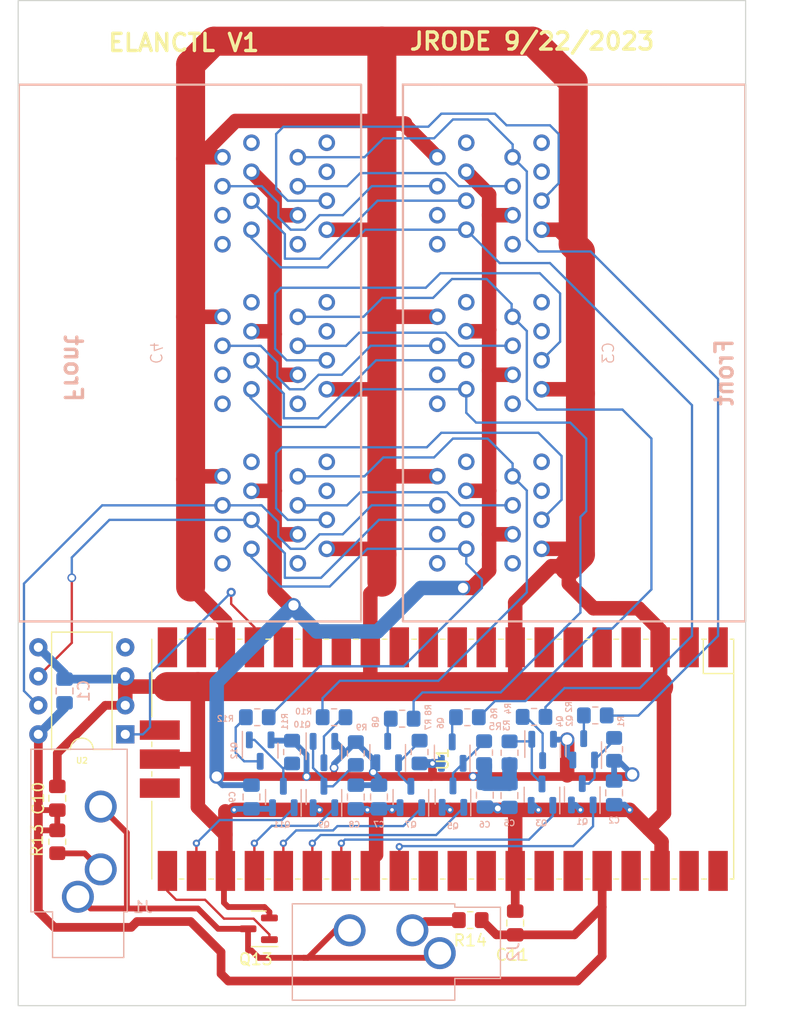
<source format=kicad_pcb>
(kicad_pcb (version 20240108) (generator "pcbnew") (generator_version "8.0")
  (layers (0 "F.Cu" signal) (31 "B.Cu" signal) (34 "B.Paste" user) (35 "F.Paste" user) (36 "B.SilkS" user "B.Silkscreen") (37 "F.SilkS" user "F.Silkscreen") (38 "B.Mask" user) (39 "F.Mask" user) (44 "Edge.Cuts" user))
  (net 0 "")
  (net 1 "+12V")
  (net 2 "GND")
  (net 3 "+3.3V")
  (net 4 "/Level Shifter1/out")
  (net 5 "/rj45S/485+")
  (net 6 "/rj45S/485-")
  (net 7 "/Level Shifter2/in")
  (net 8 "Net-(Q1-D)")
  (net 9 "/Level Shifter1/in")
  (net 10 "/Level Shifter3/in")
  (net 11 "Net-(Q5-D)")
  (net 12 "/Level Shifter4/in")
  (net 13 "Net-(Q7-D)")
  (net 14 "/Level Shifter5/in")
  (net 15 "Net-(Q10-G)")
  (net 16 "/Level Shifter6/in")
  (net 17 "Net-(Q11-D)")
  (net 18 "/Level Shifter2/out")
  (net 19 "/Level Shifter3/out")
  (net 20 "/Level Shifter4/out")
  (net 21 "/Level Shifter5/out")
  (net 22 "/Level Shifter6/out")
  (net 48 "Net-(C3B-B4)")
  (net 49 "Net-(C3B-B5)")
  (net 50 "Net-(C3C-C4)")
  (net 51 "Net-(C3C-C5)")
  (net 52 "Net-(C3D-D4)")
  (net 53 "Net-(C3D-D5)")
  (net 54 "Net-(C3E-E4)")
  (net 55 "Net-(C3E-E5)")
  (net 56 "Net-(C3F-F4)")
  (net 57 "Net-(C3F-F5)")
  (net 58 "Net-(Q3-D)")
  (net 95 "Net-(Q13-D)")
  (net 96 "Net-(J1-PadT)")
  (net 98 "Net-(U1-GPIO13)")
  (net 99 "Net-(J2-PadT)")
  (net 100 "Net-(Q13-G)")
  (net 101 "Net-(Q2-D)")
  (net 102 "Net-(Q4-D)")
  (net 103 "Net-(Q6-D)")
  (net 104 "Net-(Q8-D)")
  (net 105 "Net-(Q10-D)")
  (net 106 "Net-(Q12-D)")
  (footprint "MountingHole:MountingHole_3.2mm_M3" (layer "F.Cu") (at 43.942 68.961)
    (property "Reference" "H4" (hide yes))
    (property "Value" "MountingHole")
  )
  (footprint "MCU_RaspberryPi_and_Boards:RPi_Pico_SMD" (layer "F.Cu") (at 77.597 131.953 -90)
    (property "Reference" "U1")
    (property "Value" "Pico")
  )
  (footprint "MountingHole:MountingHole_3.2mm_M3" (layer "F.Cu") (at 100.711 150.114)
    (property "Reference" "H2" (hide yes))
    (property "Value" "MountingHole")
  )
  (footprint "Resistor_SMD:R_0805_2012Metric_Pad1.20x1.40mm_HandSolder" (layer "F.Cu") (at 43.815 139.192 -90)
    (property "Reference" "R13")
    (property "Value" "100")
  )
  (footprint "Capacitor_SMD:C_0805_2012Metric_Pad1.18x1.45mm_HandSolder" (layer "F.Cu") (at 43.815 135.382 90)
    (property "Reference" "C10")
    (property "Value" "C")
  )
  (footprint "Package_DIP:DIP-8_W7.62mm" (layer "F.Cu") (at 49.774 129.784 180)
    (property "Reference" "U2")
    (property "Value" "MAX481E")
  )
  (footprint "Capacitor_SMD:C_0805_2012Metric_Pad1.18x1.45mm_HandSolder" (layer "F.Cu") (at 83.947 146.304 90)
    (property "Reference" "C11")
    (property "Value" "C")
  )
  (footprint "MountingHole:MountingHole_3.2mm_M3" (layer "F.Cu") (at 100.711 68.961)
    (property "Reference" "H3" (hide yes))
    (property "Value" "MountingHole")
  )
  (footprint "MountingHole:MountingHole_3.2mm_M3" (layer "F.Cu") (at 53.975 150.114)
    (property "Reference" "H1" (hide yes))
    (property "Value" "MountingHole")
  )
  (footprint "Package_TO_SOT_SMD:SOT-23" (layer "F.Cu") (at 61.468 146.812 180)
    (property "Reference" "Q13")
    (property "Value" "BSS138")
  )
  (footprint "Resistor_SMD:R_0805_2012Metric_Pad1.20x1.40mm_HandSolder" (layer "F.Cu") (at 80.01 146.05 180)
    (property "Reference" "R14")
    (property "Value" "100")
  )
  (footprint "Package_TO_SOT_SMD:SOT-23" (layer "B.Cu") (at 89.94825 131.096 90)
    (property "Reference" "Q2")
    (property "Value" "BSS84")
  )
  (footprint "Capacitor_SMD:C_0805_2012Metric_Pad1.18x1.45mm_HandSolder" (layer "B.Cu") (at 72.009 135.271 -90)
    (property "Reference" "C7")
    (property "Value" "C")
  )
  (footprint "Package_TO_SOT_SMD:SOT-23" (layer "B.Cu") (at 78.425 131.3825 90)
    (property "Reference" "Q6")
    (property "Value" "BSS84")
  )
  (footprint "Package_TO_SOT_SMD:SOT-23" (layer "B.Cu") (at 86.35 131.15 -90)
    (property "Reference" "Q4")
    (property "Value" "BSS84")
  )
  (footprint "AudioJack:Jack_3.5mm_CUI_SJ1-3533NG_Horizontal_CircularHoles" (layer "B.Cu") (at 77.333 148.944 90)
    (property "Reference" "J2")
    (property "Value" "AudioJack2")
  )
  (footprint "Package_TO_SOT_SMD:SOT-23" (layer "B.Cu") (at 67.183 135.271 90)
    (property "Reference" "Q9")
    (property "Value" "BSS138")
  )
  (footprint "Resistor_SMD:R_0805_2012Metric_Pad1.20x1.40mm_HandSolder" (layer "B.Cu") (at 85.598 128.256)
    (property "Reference" "R4")
    (property "Value" "100")
  )
  (footprint "Library:5569256-1" (layer "B.Cu") (at 51.941 116.082 90)
    (property "Reference" "C4")
    (property "Value" "~")
  )
  (footprint "Resistor_SMD:R_0805_2012Metric_Pad1.20x1.40mm_HandSolder" (layer "B.Cu") (at 64.389 131.334 90)
    (property "Reference" "R11")
    (property "Value" "1k")
  )
  (footprint "Capacitor_SMD:C_0805_2012Metric_Pad1.18x1.45mm_HandSolder" (layer "B.Cu") (at 44.45 125.984 90)
    (property "Reference" "C1")
    (property "Value" "C")
  )
  (footprint "Resistor_SMD:R_0805_2012Metric_Pad1.20x1.40mm_HandSolder" (layer "B.Cu") (at 69.977 131.461 90)
    (property "Reference" "R9")
    (property "Value" "1k")
  )
  (footprint "Resistor_SMD:R_0805_2012Metric_Pad1.20x1.40mm_HandSolder" (layer "B.Cu") (at 90.96425 128.1265)
    (property "Reference" "R2")
    (property "Value" "100")
  )
  (footprint "Package_TO_SOT_SMD:SOT-23" (layer "B.Cu") (at 72.771 131.334 90)
    (property "Reference" "Q8")
    (property "Value" "BSS84")
  )
  (footprint "Capacitor_SMD:C_0805_2012Metric_Pad1.18x1.45mm_HandSolder" (layer "B.Cu") (at 81.285 135.114 -90)
    (property "Reference" "C6")
    (property "Value" "C")
  )
  (footprint "Resistor_SMD:R_0805_2012Metric_Pad1.20x1.40mm_HandSolder" (layer "B.Cu") (at 81.219 131.3825 -90)
    (property "Reference" "R5")
    (property "Value" "1k")
  )
  (footprint "Resistor_SMD:R_0805_2012Metric_Pad1.20x1.40mm_HandSolder" (layer "B.Cu") (at 83.45 131.4 -90)
    (property "Reference" "R3")
    (property "Value" "1k")
  )
  (footprint "Package_TO_SOT_SMD:SOT-23" (layer "B.Cu") (at 67.183 131.334 -90)
    (property "Reference" "Q10")
    (property "Value" "BSS84")
  )
  (footprint "Package_TO_SOT_SMD:SOT-23" (layer "B.Cu") (at 74.803 135.271 90)
    (property "Reference" "Q7")
    (property "Value" "BSS138")
  )
  (footprint "Capacitor_SMD:C_0805_2012Metric_Pad1.18x1.45mm_HandSolder" (layer "B.Cu") (at 83.439 135.144 -90)
    (property "Reference" "C5")
    (property "Value" "C")
  )
  (footprint "Resistor_SMD:R_0805_2012Metric_Pad1.20x1.40mm_HandSolder" (layer "B.Cu") (at 79.756 128.286)
    (property "Reference" "R6")
    (property "Value" "100")
  )
  (footprint "Package_TO_SOT_SMD:SOT-23" (layer "B.Cu") (at 78.491 135.241 90)
    (property "Reference" "Q5")
    (property "Value" "BSS138")
  )
  (footprint "Capacitor_SMD:C_0805_2012Metric_Pad1.18x1.45mm_HandSolder" (layer "B.Cu") (at 60.833 135.271 -90)
    (property "Reference" "C9")
    (property "Value" "C")
  )
  (footprint "Package_TO_SOT_SMD:SOT-23" (layer "B.Cu") (at 61.595 131.207 -90)
    (property "Reference" "Q12")
    (property "Value" "BSS84")
  )
  (footprint "Package_TO_SOT_SMD:SOT-23" (layer "B.Cu") (at 89.82125 135.033 90)
    (property "Reference" "Q1")
    (property "Value" "BSS138")
  )
  (footprint "Capacitor_SMD:C_0805_2012Metric_Pad1.18x1.45mm_HandSolder" (layer "B.Cu") (at 69.977 135.271 -90)
    (property "Reference" "C8")
    (property "Value" "C")
  )
  (footprint "Resistor_SMD:R_0805_2012Metric_Pad1.20x1.40mm_HandSolder" (layer "B.Cu") (at 75.565 131.334 -90)
    (property "Reference" "R7")
    (property "Value" "1k")
  )
  (footprint "Capacitor_SMD:C_0805_2012Metric_Pad1.18x1.45mm_HandSolder" (layer "B.Cu") (at 92.61525 134.906 -90)
    (property "Reference" "C2")
    (property "Value" "C")
  )
  (footprint "AudioJack:Jack_3.5mm_CUI_SJ1-3533NG_Horizontal_CircularHoles" (layer "B.Cu") (at 45.62 144.008)
    (property "Reference" "J1")
    (property "Value" "AudioJack2")
  )
  (footprint "Library:5569256-1" (layer "B.Cu") (at 92.6084 76.708 -90)
    (property "Reference" "C3")
    (property "Value" "~")
  )
  (footprint "Package_TO_SOT_SMD:SOT-23" (layer "B.Cu") (at 86.294 135.0655 90)
    (property "Reference" "Q3")
    (property "Value" "BSS138")
  )
  (footprint "Resistor_SMD:R_0805_2012Metric_Pad1.20x1.40mm_HandSolder" (layer "B.Cu") (at 74.041 128.413)
    (property "Reference" "R8")
    (property "Value" "100")
  )
  (footprint "Resistor_SMD:R_0805_2012Metric_Pad1.20x1.40mm_HandSolder" (layer "B.Cu") (at 92.61525 131.096 -90)
    (property "Reference" "R1")
    (property "Value" "1k")
  )
  (footprint "Resistor_SMD:R_0805_2012Metric_Pad1.20x1.40mm_HandSolder" (layer "B.Cu") (at 68.072 128.286 180)
    (property "Reference" "R10")
    (property "Value" "100")
  )
  (footprint "Resistor_SMD:R_0805_2012Metric_Pad1.20x1.40mm_HandSolder" (layer "B.Cu") (at 61.341 128.286)
    (property "Reference" "R12")
    (property "Value" "100")
  )
  (footprint "Package_TO_SOT_SMD:SOT-23" (layer "B.Cu") (at 63.627 135.271 90)
    (property "Reference" "Q11")
    (property "Value" "BSS138")
  )
  (gr_rect (start 40.386 65.532) (end 104.14 153.543) (stroke (width 0.1)) (fill none) (layer "Edge.Cuts"))
  (gr_text "JRODE 9/22/2023" (at 74.549 69.977 0) (layer "F.SilkS") (effects (font (size 1.5 1.5) (thickness 0.3) (bold yes)) (justify left bottom)))
  (gr_text "ELANCTL V1" (at 48.133 70.104 0) (layer "F.SilkS") (effects (font (size 1.5 1.5) (thickness 0.3) (bold yes)) (justify left bottom)))
  (segment (start 81.661 108.458) (end 81.661 112.268) (width 1.27) (layer "F.Cu") (net 1))
  (segment (start 83.7184 112.268) (end 81.661 112.268) (width 1.27) (layer "F.Cu") (net 1))
  (segment (start 88.4 133.477) (end 76.6 133.477) (width 0.762) (layer "F.Cu") (net 1))
  (segment (start 62.996 112.272) (end 62.865 112.141) (width 1.27) (layer "F.Cu") (net 1))
  (segment (start 65.659 133.477) (end 57.785 133.477) (width 0.762) (layer "F.Cu") (net 1))
  (segment (start 62.865 108.458) (end 62.861 108.462) (width 1.27) (layer "F.Cu") (net 1))
  (segment (start 62.865 94.742) (end 62.865 98.552) (width 1.27) (layer "F.Cu") (net 1))
  (segment (start 60.831 94.492) (end 62.615 94.492) (width 1.27) (layer "F.Cu") (net 1))
  (segment (start 88.4 133.477) (end 94.023 133.477) (width 0.762) (layer "F.Cu") (net 1))
  (segment (start 71.501 133.477) (end 68.072 133.477) (width 0.762) (layer "F.Cu") (net 1))
  (segment (start 80.137 116.967) (end 79.375 116.967) (width 1.27) (layer "F.Cu") (net 1))
  (segment (start 83.7184 98.298) (end 82.042 98.298) (width 1.27) (layer "F.Cu") (net 1))
  (segment (start 62.865 117.221) (end 62.865 112.141) (width 1.27) (layer "F.Cu") (net 1))
  (segment (start 68.072 133.477) (end 65.659 133.477) (width 0.762) (layer "F.Cu") (net 1))
  (segment (start 68.072 132.715) (end 68.072 133.477) (width 0.508) (layer "F.Cu") (net 1))
  (segment (start 64.135 118.491) (end 62.865 117.221) (width 1.27) (layer "F.Cu") (net 1))
  (segment (start 81.661 84.328) (end 81.661 94.361) (width 1.27) (layer "F.Cu") (net 1))
  (segment (start 62.865 84.328) (end 62.865 84.836) (width 1.27) (layer "F.Cu") (net 1))
  (segment (start 94.023 133.477) (end 94.2 133.3) (width 0.762) (layer "F.Cu") (net 1))
  (segment (start 64.891 84.332) (end 62.869 84.332) (width 1.27) (layer "F.Cu") (net 1))
  (segment (start 79.6584 94.488) (end 81.534 94.488) (width 1.27) (layer "F.Cu") (net 1))
  (segment (start 62.865 108.458) (end 62.865 112.141) (width 1.27) (layer "F.Cu") (net 1))
  (segment (start 62.865 98.552) (end 62.865 108.458) (width 1.27) (layer "F.Cu") (net 1))
  (segment (start 81.661 94.361) (end 81.661 97.917) (width 1.27) (layer "F.Cu") (net 1))
  (segment (start 64.891 112.272) (end 62.996 112.272) (width 1.27) (layer "F.Cu") (net 1))
  (segment (start 71.501 133.096) (end 71.501 133.477) (width 0.508) (layer "F.Cu") (net 1))
  (segment (start 81.661 97.917) (end 81.661 108.458) (width 1.27) (layer "F.Cu") (net 1))
  (segment (start 62.861 108.462) (end 60.831 108.462) (width 1.27) (layer "F.Cu") (net 1))
  (segment (start 62.869 84.332) (end 62.865 84.328) (width 1.27) (layer "F.Cu") (net 1))
  (segment (start 81.661 82.5206) (end 81.661 84.328) (width 1.27) (layer "F.Cu") (net 1))
  (segment (start 64.516 118.491) (end 64.135 118.491) (width 1.27) (layer "F.Cu") (net 1))
  (segment (start 60.831 80.522) (end 62.865 82.556) (width 1.27) (layer "F.Cu") (net 1))
  (segment (start 82.042 98.298) (end 81.661 97.917) (width 1.27) (layer "F.Cu") (net 1))
  (segment (start 63.115 98.302) (end 62.865 98.552) (width 1.27) (layer "F.Cu") (net 1))
  (segment (start 62.615 94.492) (end 62.865 94.742) (width 1.27) (layer "F.Cu") (net 1))
  (segment (start 88.5 130.25) (end 88.5 133.377) (width 1.27) (layer "F.Cu") (net 1))
  (segment (start 62.865 82.556) (end 62.865 84.328) (width 1.27) (layer "F.Cu") (net 1))
  (segment (start 76.6 133.477) (end 71.501 133.477) (width 0.762) (layer "F.Cu") (net 1))
  (segment (start 81.661 115.443) (end 80.518 116.586) (width 1.27) (layer "F.Cu") (net 1))
  (segment (start 79.6584 80.518) (end 81.661 82.5206) (width 1.27) (layer "F.Cu") (net 1))
  (segment (start 76.7 133.377) (end 76.6 133.477) (width 0.762) (layer "F.Cu") (net 1))
  (segment (start 62.865 84.836) (end 62.865 94.742) (width 1.27) (layer "F.Cu") (net 1))
  (segment (start 64.891 98.302) (end 63.115 98.302) (width 1.27) (layer "F.Cu") (net 1))
  (segment (start 81.534 94.488) (end 81.661 94.361) (width 1.27) (layer "F.Cu") (net 1))
  (segment (start 88.5 133.377) (end 88.4 133.477) (width 0.2032) (layer "F.Cu") (net 1))
  (segment (start 81.661 108.458) (end 79.6584 108.458) (width 1.27) (layer "F.Cu") (net 1))
  (segment (start 81.661 112.268) (end 81.661 115.443) (width 1.27) (layer "F.Cu") (net 1))
  (segment (start 76.7 132.334) (end 76.7 133.377) (width 0.762) (layer "F.Cu") (net 1))
  (segment (start 83.7184 84.328) (end 81.661 84.328) (width 1.27) (layer "F.Cu") (net 1))
  (segment (start 80.518 116.586) (end 80.137 116.967) (width 1.27) (layer "F.Cu") (net 1))
  (via (at 76.7 132.334) (size 0.8) (drill 0.4) (layers "F.Cu" "B.Cu") (net 1))
  (via (at 80.25 133.477) (size 0.762) (drill 0.508) (layers "F.Cu" "B.Cu") (net 1))
  (via (at 57.785 133.477) (size 1.27) (drill 0.889) (layers "F.Cu" "B.Cu") (net 1))
  (via (at 71.501 133.096) (size 0.762) (drill 0.508) (layers "F.Cu" "B.Cu") (net 1))
  (via (at 88.5 130.25) (size 1.27) (drill 0.889) (layers "F.Cu" "B.Cu") (net 1))
  (via (at 64.516 118.491) (size 1.27) (drill 0.889) (layers "F.Cu" "B.Cu") (net 1))
  (via (at 65.659 133.477) (size 0.762) (drill 0.508) (layers "F.Cu" "B.Cu") (net 1))
  (via (at 79.375 116.967) (size 1.27) (drill 0.889) (layers "F.Cu" "B.Cu") (net 1))
  (via (at 94.2 133.3) (size 1.27) (drill 0.889) (layers "F.Cu" "B.Cu") (net 1))
  (via (at 68.072 132.715) (size 0.762) (drill 0.508) (layers "F.Cu" "B.Cu") (net 1))
  (segment (start 77.475 132.32) (end 76.714 132.32) (width 0.762) (layer "B.Cu") (net 1))
  (segment (start 66.548 120.777) (end 71.882 120.777) (width 1.27) (layer "B.Cu") (net 1))
  (segment (start 62.6095 130.334) (end 62.545 130.2695) (width 0.508) (layer "B.Cu") (net 1))
  (segment (start 68.072 132.366) (end 68.072 132.715) (width 0.508) (layer "B.Cu") (net 1))
  (segment (start 64.421 130.334) (end 65.659 131.572) (width 0.508) (layer "B.Cu") (net 1))
  (segment (start 92.61525 132.096) (end 92.61525 133.8685) (width 0.508) (layer "B.Cu") (net 1))
  (segment (start 72.009 134.2335) (end 72.009 133.604) (width 0.508) (layer "B.Cu") (net 1))
  (segment (start 69.977 130.461) (end 71.501 131.985) (width 0.508) (layer "B.Cu") (net 1))
  (segment (start 57.785 125.222) (end 57.785 133.477) (width 1.27) (layer "B.Cu") (net 1))
  (segment (start 80.6855 133.477) (end 81.285 134.0765) (width 0.508) (layer "B.Cu") (net 1))
  (segment (start 64.516 118.491) (end 57.785 125.222) (width 1.27) (layer "B.Cu") (net 1))
  (segment (start 83.439 134.1065) (end 81.315 134.1065) (width 1.27) (layer "B.Cu") (net 1))
  (segment (start 64.516 118.491) (end 64.516 118.745) (width 1.27) (layer "B.Cu") (net 1))
  (segment (start 93.107 132.207) (end 92.72625 132.207) (width 0.508) (layer "B.Cu") (net 1))
  (segment (start 80.25 133.477) (end 80.6855 133.477) (width 0.508) (layer "B.Cu") (net 1))
  (segment (start 71.882 120.777) (end 75.692 116.967) (width 1.27) (layer "B.Cu") (net 1))
  (segment (start 94.2 133.3) (end 93.107 132.207) (width 0.508) (layer "B.Cu") (net 1))
  (segment (start 72.009 133.604) (end 71.501 133.096) (width 0.508) (layer "B.Cu") (net 1))
  (segment (start 88.5 130.25) (end 88.5 131.53525) (width 0.508) (layer "B.Cu") (net 1))
  (segment (start 69.977 134.2335) (end 72.009 134.2335) (width 0.508) (layer "B.Cu") (net 1))
  (segment (start 83.45 134.0955) (end 83.439 134.1065) (width 1.27) (layer "B.Cu") (net 1))
  (segment (start 64.516 118.745) (end 66.548 120.777) (width 1.27) (layer "B.Cu") (net 1))
  (segment (start 76.714 132.32) (end 76.7 132.334) (width 0.762) (layer "B.Cu") (net 1))
  (segment (start 87.3375 130.25) (end 87.3 130.2125) (width 0.508) (layer "B.Cu") (net 1))
  (segment (start 75.692 116.967) (end 79.375 116.967) (width 1.27) (layer "B.Cu") (net 1))
  (segment (start 58.293 134.239) (end 58.2985 134.2335) (width 0.508) (layer "B.Cu") (net 1))
  (segment (start 75.565 132.334) (end 76.7 132.334) (width 0.762) (layer "B.Cu") (net 1))
  (segment (start 71.501 131.985) (end 71.501 133.096) (width 0.508) (layer "B.Cu") (net 1))
  (segment (start 57.785 133.477) (end 57.785 133.731) (width 0.508) (layer "B.Cu") (net 1))
  (segment (start 88.5 131.53525) (end 88.99825 132.0335) (width 0.508) (layer "B.Cu") (net 1))
  (segment (start 68.794 131.0575) (end 68.794 131.644) (width 0.508) (layer "B.Cu") (net 1))
  (segment (start 69.977 130.461) (end 68.794 131.644) (width 0.508) (layer "B.Cu") (net 1))
  (segment (start 81.285 134.0765) (end 81.285 132.4485) (width 1.27) (layer "B.Cu") (net 1))
  (segment (start 68.133 130.3965) (end 68.794 131.0575) (width 0.508) (layer "B.Cu") (net 1))
  (segment (start 65.659 131.572) (end 65.659 133.477) (width 0.508) (layer "B.Cu") (net 1))
  (segment (start 83.45 132.4) (end 83.45 134.0955) (width 1.27) (layer "B.Cu") (net 1))
  (segment (start 58.2985 134.2335) (end 60.833 134.2335) (width 0.508) (layer "B.Cu") (net 1))
  (segment (start 75.565 132.334) (end 75.254342 132.334) (width 0.3048) (layer "B.Cu") (net 1))
  (segment (start 88.5 130.25) (end 87.3375 130.25) (width 0.508) (layer "B.Cu") (net 1))
  (segment (start 57.785 133.731) (end 58.293 134.239) (width 0.508) (layer "B.Cu") (net 1))
  (segment (start 64.389 130.334) (end 62.6095 130.334) (width 0.508) (layer "B.Cu") (net 1))
  (segment (start 68.794 131.644) (end 68.072 132.366) (width 0.508) (layer "B.Cu") (net 1))
  (segment (start 88.4625 130.2125) (end 88.5 130.25) (width 0.2032) (layer "B.Cu") (net 1))
  (segment (start 89.281 99.568) (end 89.662 99.949) (width 1.27) (layer "F.Cu") (net 2))
  (segment (start 61.976 144.907) (end 58.801 144.907) (width 0.508) (layer "F.Cu") (net 2))
  (segment (start 83.947 123.063) (end 83.947 125.603) (width 1.27) (layer "F.Cu") (net 2))
  (segment (start 71.247 117.475) (end 72.263 116.459) (width 1.27) (layer "F.Cu") (net 2))
  (segment (start 83.947 125.603) (end 71.374 125.603) (width 2.54) (layer "F.Cu") (net 2))
  (segment (start 93.98 136.398) (end 95.631 138.049) (width 1.27) (layer "F.Cu") (net 2))
  (segment (start 83.947 136.398) (end 85.979 136.398) (width 1.27) (layer "F.Cu") (net 2))
  (segment (start 72.009 116.713) (end 72.263 116.459) (width 0.508) (layer "F.Cu") (net 2))
  (segment (start 58.547 123.063) (end 58.547 125.349) (width 1.27) (layer "F.Cu") (net 2))
  (segment (start 71.247 123.063) (end 71.247 125.476) (width 1.27) (layer "F.Cu") (net 2))
  (segment (start 49.774 127.244) (end 49.774 124.704) (width 1.27) (layer "F.Cu") (net 2))
  (segment (start 87.122 115.062) (end 88.646 115.062) (width 1.27) (layer "F.Cu") (net 2))
  (segment (start 72.263 85.725) (end 72.263 76.327) (width 2.54) (layer "F.Cu") (net 2))
  (segment (start 58.674 136.398) (end 59.309 136.398) (width 0.508) (layer "F.Cu") (net 2))
  (segment (start 58.801 144.907) (end 58.42 144.526) (width 0.508) (layer "F.Cu") (net 2))
  (segment (start 58.291 79.252) (end 55.159 79.252) (width 1.27) (layer "F.Cu") (net 2))
  (segment (start 59.436 76.073) (end 72.517 76.073) (width 1.27) (layer "F.Cu") (net 2))
  (segment (start 88.646 116.586) (end 88.646 115.062) (width 1.27) (layer "F.Cu") (net 2))
  (segment (start 77.1184 93.218) (end 72.263 93.218) (width 1.27) (layer "F.Cu") (net 2))
  (segment (start 96.647 123.063) (end 96.647 120.65) (width 0.762) (layer "F.Cu") (net 2))
  (segment (start 55.499 79.375) (end 56.134 79.375) (width 1.27) (layer "F.Cu") (net 2))
  (segment (start 53.467 125.603) (end 49.901 125.603) (width 1.27) (layer "F.Cu") (net 2))
  (segment (start 86.2584 113.538) (end 89.154 113.538) (width 1.27) (layer "F.Cu") (net 2))
  (segment (start 96.982 136.698) (end 96.982 126.065) (width 1.27) (layer "F.Cu") (net 2))
  (segment (start 58.547 140.843) (end 58.547 138.557) (width 1.27) (layer "F.Cu") (net 2))
  (segment (start 49.774 125.73) (end 49.774 125.984) (width 0.762) (layer "F.Cu") (net 2))
  (segment (start 86.2584 99.568) (end 89.281 99.568) (width 1.27) (layer "F.Cu") (net 2))
  (segment (start 89.027 86.868) (end 89.662 87.503) (width 2.54) (layer "F.Cu") (net 2))
  (segment (start 77.1184 107.188) (end 72.39 107.188) (width 1.27) (layer "F.Cu") (net 2))
  (segment (start 72.263 69.088) (end 85.471 69.088) (width 2.54) (layer "F.Cu") (net 2))
  (segment (start 74.295 76.4246) (end 74.295 76.298) (width 1.27) (layer "F.Cu") (net 2))
  (segment (start 71.755 136.398) (end 73.152 136.398) (width 1.27) (layer "F.Cu") (net 2))
  (segment (start 67.431 113.542) (end 71.759 113.542) (width 1.27) (layer "F.Cu") (net 2))
  (segment (start 77.1184 79.248) (end 74.295 76.4246) (width 1.27) (layer "F.Cu") (net 2))
  (segment (start 96.52 125.603) (end 83.947 125.603) (width 2.54) (layer "F.Cu") (net 2))
  (segment (start 72.263 76.327) (end 72.517 76.073) (width 1.27) (layer "F.Cu") (net 2))
  (segment (start 78.232 136.398) (end 82.296 136.398) (width 1.27) (layer "F.Cu") (net 2))
  (segment (start 71.374 125.603) (end 58.801 125.603) (width 2.54) (layer "F.Cu") (net 2))
  (segment (start 58.547 136.525) (end 58.674 136.398) (width 0.508) (layer "F.Cu") (net 2))
  (segment (start 72.39 107.188) (end 72.263 107.315) (width 1.27) (layer "F.Cu") (net 2))
  (segment (start 67.431 99.572) (end 72.259 99.572) (width 1.27) (layer "F.Cu") (net 2))
  (segment (start 58.547 119.933) (end 55.499 116.885) (width 1.27) (layer "F.Cu") (net 2))
  (segment (start 49.901 125.603) (end 49.774 125.73) (width 1.27) (layer "F.Cu") (net 2))
  (segment (start 58.42 144.526) (end 58.42 140.97) (width 0.508) (layer "F.Cu") (net 2))
  (segment (start 82.296 136.398) (end 83.947 136.398) (width 1.27) (layer "F.Cu") (net 2))
  (segment (start 71.759 113.542) (end 72.263 114.046) (width 1.27) (layer "F.Cu") (net 2))
  (segment (start 56.134 79.375) (end 59.436 76.073) (width 1.27) (layer "F.Cu") (net 2))
  (segment (start 55.499 79.375) (end 55.499 71.12) (width 2.54) (layer "F.Cu") (net 2))
  (segment (start 95.631 138.049) (end 96.982 136.698) (width 1.27) (layer "F.Cu") (net 2))
  (segment (start 58.801 125.603) (end 56.134 125.603) (width 2.54) (layer "F.Cu") (net 2))
  (segment (start 83.947 145.2665) (end 83.947 140.843) (width 0.762) (layer "F.Cu") (net 2))
  (segment (start 55.499 116.885) (end 55.499 107.442) (width 2.54) (layer "F.Cu") (net 2))
  (segment (start 72.263 76.327) (end 72.263 69.088) (width 2.54) (layer "F.Cu") (net 2))
  (segment (start 72.742 76.298) (end 74.295 76.298) (width 1.27) (layer "F.Cu") (net 2))
  (segment (start 43.815 131.445) (end 43.815 134.3445) (width 0.762) (layer "F.Cu") (net 2))
  (segment (start 58.547 138.557) (end 56.134 136.144) (width 1.27) (layer "F.Cu") (net 2))
  (segment (start 72.263 99.568) (end 72.263 93.218) (width 2.54) (layer "F.Cu") (net 2))
  (segment (start 71.247 123.063) (end 71.247 117.475) (width 1.27) (layer "F.Cu") (net 2))
  (segment (start 71.755 140.335) (end 71.755 136.398) (width 1.27) (layer "F.Cu") (net 2))
  (segment (start 59.309 136.398) (end 66.802 136.398) (width 1.27) (layer "F.Cu") (net 2))
  (segment (start 49.774 127.244) (end 48.016 127.244) (width 0.762) (layer "F.Cu") (net 2))
  (segment (start 89.662 136.398) (end 93.98 136.398) (width 1.27) (layer "F.Cu") (net 2))
  (segment (start 55.499 71.12) (end 57.531 69.088) (width 2.54) (layer "F.Cu") (net 2))
  (segment (start 72.517 76.073) (end 72.742 76.298) (width 1.27) (layer "F.Cu") (net 2))
  (segment (start 55.499 107.442) (end 55.499 93.218) (width 2.54) (layer "F.Cu") (net 2))
  (segment (start 58.547 138.557) (end 58.547 136.525) (width 1.27) (layer "F.Cu") (net 2))
  (segment (start 96.647 120.65) (end 94.742 118.745) (width 1.27) (layer "F.Cu") (net 2))
  (segment (start 62.4055 145.3365) (end 61.976 144.907) (width 0.508) (layer "F.Cu") (net 2))
  (segment (start 58.291 93.222) (end 55.04 93.222) (width 1.27) (layer "F.Cu") (net 2))
  (segment (start 49.774 125.984) (end 49.774 127.244) (width 0.762) (layer "F.Cu") (net 2))
  (segment (start 85.471 69.088) (end 89.027 72.644) (width 2.54) (layer "F.Cu") (net 2))
  (segment (start 57.531 69.088) (end 72.263 69.088) (width 2.54) (layer "F.Cu") (net 2))
  (segment (start 73.152 136.398) (end 78.232 136.398) (width 1.27) (layer "F.Cu") (net 2))
  (segment (start 56.134 136.144) (end 56.134 132.08) (width 1.27) (layer "F.Cu") (net 2))
  (segment (start 96.52 125.603) (end 96.647 125.476) (width 1.27) (layer "F.Cu") (net 2))
  (segment (start 53.697 131.953) (end 56.007 131.953) (width 1.27) (layer "F.Cu") (net 2))
  (segment (start 49.774 124.704) (end 49.774 125.73) (width 0.762) (layer "F.Cu") (net 2))
  (segment (start 72.136 116.586) (end 72.009 116.713) (width 0.508) (layer "F.Cu") (net 2))
  (segment (start 71.247 125.476) (end 71.374 125.603) (width 1.27) (layer "F.Cu") (net 2))
  (segment (start 83.947 118.237) (end 87.122 115.062) (width 1.27) (layer "F.Cu") (net 2))
  (segment (start 48.016 127.244) (end 43.815 131.445) (width 0.762) (layer "F.Cu") (net 2))
  (segment (start 67.431 85.602) (end 72.14 85.602) (width 1.27) (layer "F.Cu") (net 2))
  (segment (start 89.154 113.538) (end 89.662 114.046) (width 1.27) (layer "F.Cu") (net 2))
  (segment (start 96.774 139.192) (end 96.774 140.716) (width 1.27) (layer "F.Cu") (net 2))
  (segment (start 72.259 99.572) (end 72.263 99.568) (width 1.27) (layer "F.Cu") (net 2))
  (segment (start 89.027 72.644) (end 89.027 86.868) (width 2.54) (layer "F.Cu") (net 2))
  (segment (start 55.499 93.218) (end 55.499 79.375) (width 2.54) (layer "F.Cu") (net 2))
  (segment (start 72.263 107.315) (end 72.263 99.568) (width 2.54) (layer "F.Cu") (net 2))
  (segment (start 70.993 136.398) (end 71.755 136.398) (width 1.27) (layer "F.Cu") (net 2))
  (segment (start 56.134 132.08) (end 56.134 125.603) (width 1.27) (layer "F.Cu") (net 2))
  (segment (start 86.2584 85.598) (end 87.757 85.598) (width 1.27) (layer "F.Cu") (net 2))
  (segment (start 72.14 85.602) (end 72.263 85.725) (width 1.27) (layer "F.Cu") (net 2))
  (segment (start 90.805 118.745) (end 88.646 116.586) (width 1.27) (layer "F.Cu") (net 2))
  (segment (start 96.982 126.065) (end 96.52 125.603) (width 1.27) (layer "F.Cu") (net 2))
  (segment (start 83.947 140.843) (end 83.947 136.398) (width 1.27) (layer "F.Cu") (net 2))
  (segment (start 72.263 114.046) (end 72.263 107.315) (width 2.54) (layer "F.Cu") (net 2))
  (segment (start 89.662 87.503) (end 89.662 99.949) (width 2.54) (layer "F.Cu") (net 2))
  (segment (start 94.742 118.745) (end 90.805 118.745) (width 1.27) (layer "F.Cu") (net 2))
  (segment (start 58.547 123.063) (end 58.547 119.933) (width 1.27) (layer "F.Cu") (net 2))
  (segment (start 96.647 125.476) (end 96.647 123.063) (width 1.27) (layer "F.Cu") (net 2))
  (segment (start 58.291 107.192) (end 55.286 107.192) (width 1.27) (layer "F.Cu") (net 2))
  (segment (start 89.662 114.046) (end 88.646 115.062) (width 2.54) (layer "F.Cu") (net 2))
  (segment (start 66.802 136.398) (end 70.993 136.398) (width 1.27) (layer "F.Cu") (net 2))
  (segment (start 58.547 125.349) (end 58.801 125.603) (width 1.27) (layer "F.Cu") (net 2))
  (segment (start 85.979 136.398) (end 89.662 136.398) (width 1.27) (layer "F.Cu") (net 2))
  (segment (start 62.4055 145.862) (end 62.4055 145.3365) (width 0.508) (layer "F.Cu") (net 2))
  (segment (start 87.757 85.598) (end 89.662 87.503) (width 1.27) (layer "F.Cu") (net 2))
  (segment (start 56.007 131.953) (end 56.134 132.08) (width 1.27) (layer "F.Cu") (net 2))
  (segment (start 95.631 138.049) (end 96.774 139.192) (width 1.27) (layer "F.Cu") (net 2))
  (segment (start 56.134 125.603) (end 53.467 125.603) (width 2.54) (layer "F.Cu") (net 2))
  (segment (start 72.263 93.218) (end 72.263 85.725) (width 2.54) (layer "F.Cu") (net 2))
  (segment (start 72.263 116.459) (end 72.263 114.046) (width 2.54) (layer "F.Cu") (net 2))
  (segment (start 83.947 123.063) (end 83.947 118.237) (width 1.27) (layer "F.Cu") (net 2))
  (segment (start 89.662 99.949) (end 89.662 114.046) (width 2.54) (layer "F.Cu") (net 2))
  (via (at 85.979 136.398) (size 0.635) (drill 0.3048) (layers "F.Cu" "B.Cu") (net 2))
  (via (at 78.232 136.398) (size 0.635) (drill 0.3048) (layers "F.Cu" "B.Cu") (net 2))
  (via (at 73.152 136.398) (size 0.635) (drill 0.3048) (layers "F.Cu" "B.Cu") (net 2))
  (via (at 66.802 136.398) (size 0.635) (drill 0.3048) (layers "F.Cu" "B.Cu") (net 2))
  (via (at 70.993 136.398) (size 0.635) (drill 0.3048) (layers "F.Cu" "B.Cu") (net 2))
  (via (at 82.423 136.271) (size 0.889) (drill 0.508) (layers "F.Cu" "B.Cu") (net 2))
  (via (at 89.662 136.398) (size 0.635) (drill 0.3048) (layers "F.Cu" "B.Cu") (net 2))
  (via (at 93.98 136.398) (size 0.635) (drill 0.3048) (layers "F.Cu" "B.Cu") (net 2))
  (via (at 59.309 136.398) (size 0.635) (drill 0.3048) (layers "F.Cu" "B.Cu") (net 2))
  (segment (start 44.45 124.46) (end 42.154 122.164) (width 0.762) (layer "B.Cu") (net 2))
  (segment (start 92.61525 135.9435) (end 93.5255 135.9435) (width 0.508) (layer "B.Cu") (net 2))
  (segment (start 88.87125 135.9705) (end 89.2345 135.9705) (width 0.508) (layer "B.Cu") (net 2))
  (segment (start 60.833 136.3085) (end 62.577 136.3085) (width 0.508) (layer "B.Cu") (net 2))
  (segment (start 66.6125 136.2085) (end 66.802 136.398) (width 0.508) (layer "B.Cu") (net 2))
  (segment (start 77.541 136.1785) (end 78.0125 136.1785) (width 0.508) (layer "B.Cu") (net 2))
  (segment (start 78.0125 136.1785) (end 78.232 136.398) (width 0.508) (layer "B.Cu") (net 2))
  (segment (start 70.9035 136.3085) (end 70.993 136.398) (width 0.508) (layer "B.Cu") (net 2))
  (segment (start 81.285 136.1515) (end 82.3035 136.1515) (width 0.762) (layer "B.Cu") (net 2))
  (segment (start 89.2345 135.9705) (end 89.662 136.398) (width 0.508) (layer "B.Cu") (net 2))
  (segment (start 73.853 136.2085) (end 73.3415 136.2085) (width 0.508) (layer "B.Cu") (net 2))
  (segment (start 62.577 136.3085) (end 62.677 136.2085) (width 0.508) (layer "B.Cu") (net 2))
  (segment (start 69.977 136.3085) (end 70.9035 136.3085) (width 0.508) (layer "B.Cu") (net 2))
  (segment (start 83.439 136.1815) (end 82.5125 136.1815) (width 0.2032) (layer "B.Cu") (net 2))
  (segment (start 82.3035 136.1515) (end 82.423 136.271) (width 0.762) (layer "B.Cu") (net 2))
  (segment (start 93.5255 135.9435) (end 93.98 136.398) (width 0.508) (layer "B.Cu") (net 2))
  (segment (start 70.993 136.398) (end 71.9195 136.398) (width 0.508) (layer "B.Cu") (net 2))
  (segment (start 59.3985 136.3085) (end 59.309 136.398) (width 0.508) (layer "B.Cu") (net 2))
  (segment (start 44.45 124.9465) (end 49.5315 124.9465) (width 0.762) (layer "B.Cu") (net 2))
  (segment (start 66.233 136.2085) (end 66.6125 136.2085) (width 0.508) (layer "B.Cu") (net 2))
  (segment (start 44.45 124.9465) (end 44.45 124.46) (width 0.762) (layer "B.Cu") (net 2))
  (segment (start 85.584 136.003) (end 85.979 136.398) (width 0.508) (layer "B.Cu") (net 2))
  (segment (start 85.344 136.003) (end 85.584 136.003) (width 0.508) (layer "B.Cu") (net 2))
  (segment (start 73.853 136.2085) (end 72.109 136.2085) (width 0.508) (layer "B.Cu") (net 2))
  (segment (start 82.5125 136.1815) (end 82.423 136.271) (width 0.2032) (layer "B.Cu") (net 2))
  (segment (start 73.3415 136.2085) (end 73.152 136.398) (width 0.508) (layer "B.Cu") (net 2))
  (segment (start 60.833 136.3085) (end 59.3985 136.3085) (width 0.508) (layer "B.Cu") (net 2))
  (segment (start 43.815 136.4195) (end 42.2595 136.4195) (width 0.508) (layer "F.Cu") (net 3))
  (segment (start 43.561 146.685) (end 50.292 146.685) (width 0.762) (layer "F.Cu") (net 3))
  (segment (start 83.947 147.3415) (end 82.3015 147.3415) (width 0.762) (layer "F.Cu") (net 3))
  (segment (start 55.499 146.177) (end 58.166 148.844) (width 0.762) (layer "F.Cu") (net 3))
  (segment (start 42.2595 136.4195) (end 42.154 136.525) (width 0.508) (layer "F.Cu") (net 3))
  (segment (start 42.164 145.288) (end 43.561 146.685) (width 0.762) (layer "F.Cu") (net 3))
  (segment (start 89.408 151.384) (end 91.567 149.225) (width 0.762) (layer "F.Cu") (net 3))
  (segment (start 42.154 136.525) (end 42.154 138.049) (width 0.762) (layer "F.Cu") (net 3))
  (segment (start 89.1325 147.3415) (end 91.567 144.907) (width 0.762) (layer "F.Cu") (net 3))
  (segment (start 42.297 138.192) (end 42.154 138.049) (width 0.508) (layer "F.Cu") (net 3))
  (segment (start 50.8 146.177) (end 55.499 146.177) (width 0.762) (layer "F.Cu") (net 3))
  (segment (start 42.154 129.784) (end 42.154 136.525) (width 0.762) (layer "F.Cu") (net 3))
  (segment (start 50.292 146.685) (end 50.8 146.177) (width 0.762) (layer "F.Cu") (net 3))
  (segment (start 42.154 145.288) (end 42.154 138.049) (width 0.762) (layer "F.Cu") (net 3))
  (segment (start 83.947 147.3415) (end 89.1325 147.3415) (width 0.762) (layer "F.Cu") (net 3))
  (segment (start 58.166 148.844) (end 58.166 150.749) (width 0.762) (layer "F.Cu") (net 3))
  (segment (start 58.801 151.384) (end 89.408 151.384) (width 0.762) (layer "F.Cu") (net 3))
  (segment (start 82.3015 147.3415) (end 81.01 146.05) (width 0.762) (layer "F.Cu") (net 3))
  (segment (start 91.567 149.225) (end 91.567 144.907) (width 0.762) (layer "F.Cu") (net 3))
  (segment (start 58.166 150.749) (end 58.801 151.384) (width 0.762) (layer "F.Cu") (net 3))
  (segment (start 43.815 136.4195) (end 43.815 138.192) (width 0.508) (layer "F.Cu") (net 3))
  (segment (start 42.154 145.288) (end 42.164 145.288) (width 0.762) (layer "F.Cu") (net 3))
  (segment (start 43.815 138.192) (end 42.297 138.192) (width 0.508) (layer "F.Cu") (net 3))
  (segment (start 91.567 140.843) (end 91.567 144.907) (width 0.762) (layer "F.Cu") (net 3))
  (segment (start 44.45 127.0215) (end 44.45 127.488) (width 0.762) (layer "B.Cu") (net 3))
  (segment (start 44.45 127.488) (end 42.154 129.784) (width 0.762) (layer "B.Cu") (net 3))
  (segment (start 76.84 77.593) (end 78.491 75.942) (width 0.2032) (layer "B.Cu") (net 4))
  (segment (start 84.963 86.487) (end 85.979 87.503) (width 0.2032) (layer "B.Cu") (net 4))
  (segment (start 83.7234 78.1264) (end 83.7234 79.244) (width 0.2032) (layer "B.Cu") (net 4))
  (segment (start 78.491 75.942) (end 81.539 75.942) (width 0.2032) (layer "B.Cu") (net 4))
  (segment (start 72.395 77.593) (end 76.84 77.593) (width 0.2032) (layer "B.Cu") (net 4))
  (segment (start 81.539 75.942) (end 83.7234 78.1264) (width 0.2032) (layer "B.Cu") (net 4))
  (segment (start 64.896 79.248) (end 70.74 79.248) (width 0.2032) (layer "B.Cu") (net 4))
  (segment (start 83.7184 79.248) (end 84.963 80.4926) (width 0.2032) (layer "B.Cu") (net 4))
  (segment (start 90.551 87.503) (end 101.727 98.679) (width 0.2032) (layer "B.Cu") (net 4))
  (segment (start 85.979 87.503) (end 90.551 87.503) (width 0.2032) (layer "B.Cu") (net 4))
  (segment (start 101.727 98.679) (end 101.727 121.158) (width 0.2032) (layer "B.Cu") (net 4))
  (segment (start 91.98075 128.143) (end 94.742 128.143) (width 0.2032) (layer "B.Cu") (net 4))
  (segment (start 84.963 80.4926) (end 84.963 86.487) (width 0.2032) (layer "B.Cu") (net 4))
  (segment (start 70.74 79.248) (end 72.395 77.593) (width 0.2032) (layer "B.Cu") (net 4))
  (segment (start 94.742 128.143) (end 101.727 121.158) (width 0.2032) (layer "B.Cu") (net 4))
  (segment (start 45.085 121.773) (end 45.085 116.078) (width 0.2032) (layer "F.Cu") (net 5))
  (segment (start 42.154 124.704) (end 45.085 121.773) (width 0.2032) (layer "F.Cu") (net 5))
  (via micro (at 45.085 116.078) (size 0.762) (drill 0.508) (layers "F.Cu" "B.Cu") (net 5))
  (segment (start 63.754 113.925) (end 60.831 111.002) (width 0.2032) (layer "B.Cu") (net 5))
  (segment (start 79.6584 110.998) (end 72.009 110.998) (width 0.2032) (layer "B.Cu") (net 5))
  (segment (start 60.831 111.002) (end 48.383 111.002) (width 0.2032) (layer "B.Cu") (net 5))
  (segment (start 45.085 114.3) (end 45.085 116.078) (width 0.2032) (layer "B.Cu") (net 5))
  (segment (start 63.754 116.078) (end 63.754 113.925) (width 0.2032) (layer "B.Cu") (net 5))
  (segment (start 66.929 116.078) (end 63.754 116.078) (width 0.2032) (layer "B.Cu") (net 5))
  (segment (start 72.009 110.998) (end 66.929 116.078) (width 0.2032) (layer "B.Cu") (net 5))
  (segment (start 45.085 114.3) (end 48.383 111.002) (width 0.2032) (layer "B.Cu") (net 5))
  (segment (start 58.291 109.732) (end 61.591 109.732) (width 0.2032) (layer "B.Cu") (net 6))
  (segment (start 65.532 113.538) (end 64.262 113.538) (width 0.2032) (layer "B.Cu") (net 6))
  (segment (start 77.1184 109.728) (end 71.374 109.728) (width 0.2032) (layer "B.Cu") (net 6))
  (segment (start 66.802 112.268) (end 65.532 113.538) (width 0.2032) (layer "B.Cu") (net 6))
  (segment (start 61.722 109.728) (end 63.1825 111.1885) (width 0.2032) (layer "B.Cu") (net 6))
  (segment (start 64.262 113.538) (end 63.1825 112.4585) (width 0.2032) (layer "B.Cu") (net 6))
  (segment (start 63.1825 111.1885) (end 63.1825 112.4585) (width 0.2032) (layer "B.Cu") (net 6))
  (segment (start 40.894 116.586) (end 47.748 109.732) (width 0.2032) (layer "B.Cu") (net 6))
  (segment (start 71.374 109.728) (end 68.834 112.268) (width 0.2032) (layer "B.Cu") (net 6))
  (segment (start 68.834 112.268) (end 66.802 112.268) (width 0.2032) (layer "B.Cu") (net 6))
  (segment (start 42.154 127.244) (end 40.894 125.984) (width 0.2032) (layer "B.Cu") (net 6))
  (segment (start 40.894 125.984) (end 40.894 116.586) (width 0.2032) (layer "B.Cu") (net 6))
  (segment (start 61.591 109.732) (end 61.595 109.728) (width 0.2032) (layer "B.Cu") (net 6))
  (segment (start 58.291 109.732) (end 47.748 109.732) (width 0.2032) (layer "B.Cu") (net 6))
  (segment (start 61.595 109.728) (end 61.722 109.728) (width 0.2032) (layer "B.Cu") (net 6))
  (segment (start 68.707 140.843) (end 68.707 139.621703) (width 0.2032) (layer "F.Cu") (net 7))
  (via (at 68.707 139.319) (size 0.635) (drill 0.3048) (layers "F.Cu" "B.Cu") (net 7))
  (segment (start 85.151897 139.003103) (end 69.022897 139.003103) (width 0.2032) (layer "B.Cu") (net 7))
  (segment (start 69.022897 139.003103) (end 68.707 139.319) (width 0.2032) (layer "B.Cu") (net 7))
  (segment (start 87.244 136.003) (end 87.244 136.911) (width 0.2032) (layer "B.Cu") (net 7))
  (segment (start 87.244 136.911) (end 85.151897 139.003103) (width 0.2032) (layer "B.Cu") (net 7))
  (segment (start 90.89825 133.60175) (end 90.89825 132.0335) (width 0.2032) (layer "B.Cu") (net 8))
  (segment (start 90.4045 134.0955) (end 90.89825 133.60175) (width 0.2032) (layer "B.Cu") (net 8))
  (segment (start 92.61525 130.3165) (end 92.61525 130.096) (width 0.2032) (layer "B.Cu") (net 8))
  (segment (start 89.82125 134.0955) (end 90.4045 134.0955) (width 0.2032) (layer "B.Cu") (net 8))
  (segment (start 90.89825 132.0335) (end 92.61525 130.3165) (width 0.2032) (layer "B.Cu") (net 8))
  (segment (start 73.787 140.843) (end 73.787 139.621703) (width 0.2032) (layer "F.Cu") (net 9))
  (via (at 73.787 139.621703) (size 0.635) (drill 0.3048) (layers "F.Cu" "B.Cu") (net 9))
  (segment (start 90.77125 137.82875) (end 89.027 139.573) (width 0.2032) (layer "B.Cu") (net 9))
  (segment (start 73.835703 139.573) (end 73.787 139.621703) (width 0.2032) (layer "B.Cu") (net 9))
  (segment (start 90.77125 135.9705) (end 90.77125 137.82875) (width 0.2032) (layer "B.Cu") (net 9))
  (segment (start 89.027 139.573) (end 73.835703 139.573) (width 0.2032) (layer "B.Cu") (net 9))
  (segment (start 66.167 140.843) (end 66.167 139.319) (width 0.2032) (layer "F.Cu") (net 10))
  (via (at 66.167 139.319) (size 0.635) (drill 0.3048) (layers "F.Cu" "B.Cu") (net 10))
  (segment (start 79.441 136.1785) (end 77.019098 138.600402) (width 0.2032) (layer "B.Cu") (net 10))
  (segment (start 66.885598 138.600402) (end 66.167 139.319) (width 0.2032) (layer "B.Cu") (net 10))
  (segment (start 77.019098 138.600402) (end 66.885598 138.600402) (width 0.2032) (layer "B.Cu") (net 10))
  (segment (start 81.219 130.3825) (end 81.219 130.476) (width 0.2032) (layer "B.Cu") (net 11))
  (segment (start 78.491 134.3035) (end 78.491 133.204) (width 0.2032) (layer "B.Cu") (net 11))
  (segment (start 78.491 133.204) (end 79.375 132.32) (width 0.2032) (layer "B.Cu") (net 11))
  (segment (start 81.219 130.476) (end 79.375 132.32) (width 0.2032) (layer "B.Cu") (net 11))
  (segment (start 63.627 140.843) (end 63.627 139.319) (width 0.2032) (layer "F.Cu") (net 12))
  (via (at 63.627 139.319) (size 0.635) (drill 0.3048) (layers "F.Cu" "B.Cu") (net 12))
  (segment (start 67.984804 138.197701) (end 64.748299 138.197701) (width 0.2032) (layer "B.Cu") (net 12))
  (segment (start 75.753 136.2085) (end 74.144799 137.816701) (width 0.2032) (layer "B.Cu") (net 12))
  (segment (start 74.144799 137.816701) (end 68.365805 137.816701) (width 0.2032) (layer "B.Cu") (net 12))
  (segment (start 68.365805 137.816701) (end 67.984804 138.197701) (width 0.2032) (layer "B.Cu") (net 12))
  (segment (start 64.748299 138.197701) (end 63.627 139.319) (width 0.2032) (layer "B.Cu") (net 12))
  (segment (start 73.75 133.2805) (end 73.75 132.3005) (width 0.2032) (layer "B.Cu") (net 13))
  (segment (start 74.803 134.3335) (end 73.75 133.2805) (width 0.2032) (layer "B.Cu") (net 13))
  (segment (start 73.721 132.2715) (end 75.565 130.4275) (width 0.2032) (layer "B.Cu") (net 13))
  (segment (start 75.565 130.4275) (end 75.565 130.334) (width 0.2032) (layer "B.Cu") (net 13))
  (segment (start 73.75 132.3005) (end 73.721 132.2715) (width 0.2032) (layer "B.Cu") (net 13))
  (segment (start 61.087 139.446) (end 61.087 140.843) (width 0.2032) (layer "F.Cu") (net 14))
  (via (at 61.087 139.319) (size 0.635) (drill 0.3048) (layers "F.Cu" "B.Cu") (net 14))
  (segment (start 62.611 137.795) (end 66.5465 137.795) (width 0.2032) (layer "B.Cu") (net 14))
  (segment (start 61.087 139.319) (end 62.611 137.795) (width 0.2032) (layer "B.Cu") (net 14))
  (segment (start 68.133 136.2085) (end 66.5465 137.795) (width 0.2032) (layer "B.Cu") (net 14))
  (segment (start 66.233 132.727154) (end 67.183 133.677154) (width 0.2032) (layer "B.Cu") (net 15))
  (segment (start 69.469 132.969) (end 69.342 132.969) (width 0.2032) (layer "B.Cu") (net 15))
  (segment (start 69.977 132.461) (end 69.469 132.969) (width 0.2032) (layer "B.Cu") (net 15))
  (segment (start 69.342 132.969) (end 67.9775 134.3335) (width 0.2032) (layer "B.Cu") (net 15))
  (segment (start 66.233 130.3965) (end 66.233 132.727154) (width 0.2032) (layer "B.Cu") (net 15))
  (segment (start 67.183 133.677154) (end 67.183 134.3335) (width 0.2032) (layer "B.Cu") (net 15))
  (segment (start 67.9775 134.3335) (end 67.183 134.3335) (width 0.2032) (layer "B.Cu") (net 15))
  (segment (start 56.007 140.843) (end 56.007 139.319) (width 0.2032) (layer "F.Cu") (net 16))
  (via (at 56.007 139.319) (size 0.635) (drill 0.3048) (layers "F.Cu" "B.Cu") (net 16))
  (segment (start 58.039 137.287) (end 56.007 139.319) (width 0.2032) (layer "B.Cu") (net 16))
  (segment (start 64.577 136.2085) (end 63.4985 137.287) (width 0.2032) (layer "B.Cu") (net 16))
  (segment (start 63.4985 137.287) (end 58.039 137.287) (width 0.2032) (layer "B.Cu") (net 16))
  (segment (start 63.627 132.800341) (end 61.096159 130.2695) (width 0.2032) (layer "B.Cu") (net 17))
  (segment (start 63.627 134.3335) (end 63.627 132.800341) (width 0.2032) (layer "B.Cu") (net 17))
  (segment (start 64.093341 132.334) (end 63.627 132.800341) (width 0.2032) (layer "B.Cu") (net 17))
  (segment (start 61.096159 130.2695) (end 60.645 130.2695) (width 0.2032) (layer "B.Cu") (net 17))
  (segment (start 86.598 127.397) (end 88.265 125.73) (width 0.2032) (layer "B.Cu") (net 18))
  (segment (start 88.265 125.73) (end 94.869 125.73) (width 0.2032) (layer "B.Cu") (net 18))
  (segment (start 99.441 100.965) (end 99.441 121.158) (width 0.2032) (layer "B.Cu") (net 18))
  (segment (start 79.6634 85.594) (end 70.807 85.594) (width 0.2032) (layer "B.Cu") (net 18))
  (segment (start 63.378 88.896) (end 60.836 86.354) (width 0.2032) (layer "B.Cu") (net 18))
  (segment (start 79.6584 85.598) (end 82.5794 88.519) (width 0.2032) (layer "B.Cu") (net 18))
  (segment (start 67.505 88.896) (end 63.378 88.896) (width 0.2032) (layer "B.Cu") (net 18))
  (segment (start 86.995 88.519) (end 99.441 100.965) (width 0.2032) (layer "B.Cu") (net 18))
  (segment (start 86.598 128.256) (end 86.598 127.397) (width 0.2032) (layer "B.Cu") (net 18))
  (segment (start 70.807 85.594) (end 67.505 88.896) (width 0.2032) (layer "B.Cu") (net 18))
  (segment (start 82.5794 88.519) (end 86.995 88.519) (width 0.2032) (layer "B.Cu") (net 18))
  (segment (start 94.869 125.73) (end 99.441 121.158) (width 0.2032) (layer "B.Cu") (net 18))
  (segment (start 60.836 86.354) (end 60.836 85.598) (width 0.2032) (layer "B.Cu") (net 18))
  (segment (start 76.748344 91.567) (end 78.399344 89.916) (width 0.2032) (layer "B.Cu") (net 19))
  (segment (start 82.169 126.873) (end 84.836 126.873) (width 0.2032) (layer "B.Cu") (net 19))
  (segment (start 91.186 120.523) (end 92.456 120.523) (width 0.2032) (layer "B.Cu") (net 19))
  (segment (start 84.836 126.873) (end 91.186 120.523) (width 0.2032) (layer "B.Cu") (net 19))
  (segment (start 70.648344 93.222) (end 72.303344 91.567) (width 0.2032) (layer "B.Cu") (net 19))
  (segment (start 80.756 128.286) (end 82.169 126.873) (width 0.2032) (layer "B.Cu") (net 19))
  (segment (start 93.345 101.346) (end 95.885 103.886) (width 0.2032) (layer "B.Cu") (net 19))
  (segment (start 64.804344 93.222) (end 70.648344 93.222) (width 0.2032) (layer "B.Cu") (net 19))
  (segment (start 95.885 117.094) (end 95.885 103.886) (width 0.2032) (layer "B.Cu") (net 19))
  (segment (start 92.456 120.523) (end 95.885 117.094) (width 0.2032) (layer "B.Cu") (net 19))
  (segment (start 81.447344 89.916) (end 83.631744 92.1004) (width 0.2032) (layer "B.Cu") (net 19))
  (segment (start 84.963 100.457) (end 85.852 101.346) (width 0.2032) (layer "B.Cu") (net 19))
  (segment (start 85.852 101.346) (end 93.345 101.346) (width 0.2032) (layer "B.Cu") (net 19))
  (segment (start 84.963 94.4626) (end 84.963 100.457) (width 0.2032) (layer "B.Cu") (net 19))
  (segment (start 83.7184 93.218) (end 84.963 94.4626) (width 0.2032) (layer "B.Cu") (net 19))
  (segment (start 83.631744 92.1004) (end 83.631744 93.218) (width 0.2032) (layer "B.Cu") (net 19))
  (segment (start 78.399344 89.916) (end 81.447344 89.916) (width 0.2032) (layer "B.Cu") (net 19))
  (segment (start 72.303344 91.567) (end 76.748344 91.567) (width 0.2032) (layer "B.Cu") (net 19))
  (segment (start 75.819 126.111) (end 82.677 126.111) (width 0.2032) (layer "B.Cu") (net 20))
  (segment (start 75.041 126.889) (end 75.057 126.873) (width 0.2032) (layer "B.Cu") (net 20))
  (segment (start 88.773 102.489) (end 90.17 103.886) (width 0.2032) (layer "B.Cu") (net 20))
  (segment (start 70.612 99.568) (end 67.31 102.87) (width 0.2032) (layer "B.Cu") (net 20))
  (segment (start 82.677 126.111) (end 89.662 119.126) (width 0.2032) (layer "B.Cu") (net 20))
  (segment (start 60.744344 100.328) (end 60.744344 99.572) (width 0.2032) (layer "B.Cu") (net 20))
  (segment (start 75.041 128.413) (end 75.041 126.889) (width 0.2032) (layer "B.Cu") (net 20))
  (segment (start 63.286344 102.87) (end 60.744344 100.328) (width 0.2032) (layer "B.Cu") (net 20))
  (segment (start 79.571744 99.568) (end 70.612 99.568) (width 0.2032) (layer "B.Cu") (net 20))
  (segment (start 79.6584 101.6294) (end 80.518 102.489) (width 0.2032) (layer "B.Cu") (net 20))
  (segment (start 89.662 110.744) (end 90.17 110.236) (width 0.2032) (layer "B.Cu") (net 20))
  (segment (start 67.31 102.87) (end 63.286344 102.87) (width 0.2032) (layer "B.Cu") (net 20))
  (segment (start 80.518 102.489) (end 88.773 102.489) (width 0.2032) (layer "B.Cu") (net 20))
  (segment (start 79.6584 99.568) (end 79.6584 101.6294) (width 0.2032) (layer "B.Cu") (net 20))
  (segment (start 75.057 126.873) (end 75.819 126.111) (width 0.2032) (layer "B.Cu") (net 20))
  (segment (start 89.662 119.126) (end 89.662 110.744) (width 0.2032) (layer "B.Cu") (net 20))
  (segment (start 90.17 110.236) (end 90.17 103.886) (width 0.2032) (layer "B.Cu") (net 20))
  (segment (start 84.963 108.4326) (end 84.963 117.348) (width 0.2032) (layer "B.Cu") (net 21))
  (segment (start 84.963 117.348) (end 77.216 125.095) (width 0.2032) (layer "B.Cu") (net 21))
  (segment (start 81.534 103.886) (end 83.7184 106.0704) (width 0.2032) (layer "B.Cu") (net 21))
  (segment (start 68.58 125.095) (end 77.216 125.095) (width 0.2032) (layer "B.Cu") (net 21))
  (segment (start 67.056 126.619) (end 68.58 125.095) (width 0.2032) (layer "B.Cu") (net 21))
  (segment (start 72.39 105.537) (end 76.835 105.537) (width 0.2032) (layer "B.Cu") (net 21))
  (segment (start 83.7184 106.0704) (end 83.7184 107.188) (width 0.2032) (layer "B.Cu") (net 21))
  (segment (start 70.735 107.192) (end 72.39 105.537) (width 0.2032) (layer "B.Cu") (net 21))
  (segment (start 78.486 103.886) (end 81.534 103.886) (width 0.2032) (layer "B.Cu") (net 21))
  (segment (start 76.835 105.537) (end 78.486 103.886) (width 0.2032) (layer "B.Cu") (net 21))
  (segment (start 83.7184 107.188) (end 84.963 108.4326) (width 0.2032) (layer "B.Cu") (net 21))
  (segment (start 67.056 128.27) (end 67.056 126.619) (width 0.2032) (layer "B.Cu") (net 21))
  (segment (start 64.891 107.192) (end 70.735 107.192) (width 0.2032) (layer "B.Cu") (net 21))
  (segment (start 81.026 116.205) (end 81.026 116.967) (width 0.2032) (layer "B.Cu") (net 22))
  (segment (start 66.802 123.825) (end 74.168 123.825) (width 0.2032) (layer "B.Cu") (net 22))
  (segment (start 81.026 116.967) (end 74.168 123.825) (width 0.2032) (layer "B.Cu") (net 22))
  (segment (start 79.6584 114.8374) (end 81.026 116.205) (width 0.2032) (layer "B.Cu") (net 22))
  (segment (start 62.341 128.286) (end 66.802 123.825) (width 0.2032) (layer "B.Cu") (net 22))
  (segment (start 79.6584 113.538) (end 79.6584 114.8374) (width 0.2032) (layer "B.Cu") (net 22))
  (segment (start 70.993 113.538) (end 67.691 116.84) (width 0.2032) (layer "B.Cu") (net 22))
  (segment (start 60.831 114.298) (end 60.831 113.542) (width 0.2032) (layer "B.Cu") (net 22))
  (segment (start 79.6584 113.538) (end 70.993 113.538) (width 0.2032) (layer "B.Cu") (net 22))
  (segment (start 63.373 116.84) (end 60.831 114.298) (width 0.2032) (layer "B.Cu") (net 22))
  (segment (start 67.691 116.84) (end 63.373 116.84) (width 0.2032) (layer "B.Cu") (net 22))
  (segment (start 66.675 102.108) (end 63.667344 102.108) (width 0.2032) (layer "B.Cu") (net 48))
  (segment (start 79.571744 97.028) (end 71.755 97.028) (width 0.2032) (layer "B.Cu") (net 48))
  (segment (start 63.667344 99.955) (end 60.744344 97.032) (width 0.2032) (layer "B.Cu") (net 48))
  (segment (start 63.667344 102.108) (end 63.667344 99.955) (width 0.2032) (layer "B.Cu") (net 48))
  (segment (start 71.755 97.028) (end 66.675 102.108) (width 0.2032) (layer "B.Cu") (net 48))
  (segment (start 71.287344 95.758) (end 68.747344 98.298) (width 0.2032) (layer "B.Cu") (net 49))
  (segment (start 66.715344 98.298) (end 65.445344 99.568) (width 0.2032) (layer "B.Cu") (net 49))
  (segment (start 63.095844 97.2185) (end 63.095844 98.4885) (width 0.2032) (layer "B.Cu") (net 49))
  (segment (start 68.747344 98.298) (end 66.715344 98.298) (width 0.2032) (layer "B.Cu") (net 49))
  (segment (start 61.635344 95.758) (end 63.095844 97.2185) (width 0.2032) (layer "B.Cu") (net 49))
  (segment (start 65.445344 99.568) (end 64.175344 99.568) (width 0.2032) (layer "B.Cu") (net 49))
  (segment (start 61.504344 95.762) (end 61.508344 95.758) (width 0.2032) (layer "B.Cu") (net 49))
  (segment (start 64.175344 99.568) (end 63.095844 98.4885) (width 0.2032) (layer "B.Cu") (net 49))
  (segment (start 61.508344 95.758) (end 61.635344 95.758) (width 0.2032) (layer "B.Cu") (net 49))
  (segment (start 77.031744 95.758) (end 71.287344 95.758) (width 0.2032) (layer "B.Cu") (net 49))
  (segment (start 58.204344 95.762) (end 61.504344 95.762) (width 0.2032) (layer "B.Cu") (net 49))
  (segment (start 63.759 85.981) (end 60.836 83.058) (width 0.2032) (layer "B.Cu") (net 50))
  (segment (start 71.886 83.054) (end 66.806 88.134) (width 0.2032) (layer "B.Cu") (net 50))
  (segment (start 79.6634 83.054) (end 71.886 83.054) (width 0.2032) (layer "B.Cu") (net 50))
  (segment (start 66.806 88.134) (end 63.759 88.134) (width 0.2032) (layer "B.Cu") (net 50))
  (segment (start 63.759 88.134) (end 63.759 85.981) (width 0.2032) (layer "B.Cu") (net 50))
  (segment (start 61.6 81.784) (end 61.727 81.784) (width 0.2032) (layer "B.Cu") (net 51))
  (segment (start 61.727 81.784) (end 63.1875 83.2445) (width 0.2032) (layer "B.Cu") (net 51))
  (segment (start 65.537 85.594) (end 64.267 85.594) (width 0.2032) (layer "B.Cu") (net 51))
  (segment (start 64.267 85.594) (end 63.1875 84.5145) (width 0.2032) (layer "B.Cu") (net 51))
  (segment (start 71.379 81.784) (end 68.839 84.324) (width 0.2032) (layer "B.Cu") (net 51))
  (segment (start 63.1875 83.2445) (end 63.1875 84.5145) (width 0.2032) (layer "B.Cu") (net 51))
  (segment (start 68.839 84.324) (end 66.807 84.324) (width 0.2032) (layer "B.Cu") (net 51))
  (segment (start 58.296 81.788) (end 61.596 81.788) (width 0.2032) (layer "B.Cu") (net 51))
  (segment (start 77.1234 81.784) (end 71.379 81.784) (width 0.2032) (layer "B.Cu") (net 51))
  (segment (start 66.807 84.324) (end 65.537 85.594) (width 0.2032) (layer "B.Cu") (net 51))
  (segment (start 61.596 81.788) (end 61.6 81.784) (width 0.2032) (layer "B.Cu") (net 51))
  (segment (start 78.99 81.784) (end 83.7234 81.784) (width 0.2032) (layer "B.Cu") (net 52))
  (segment (start 64.896 81.788) (end 69.216 81.788) (width 0.2032) (layer "B.Cu") (net 52))
  (segment (start 77.847 80.641) (end 78.99 81.784) (width 0.2032) (layer "B.Cu") (net 52))
  (segment (start 70.363 80.641) (end 77.847 80.641) (width 0.2032) (layer "B.Cu") (net 52))
  (segment (start 69.216 81.788) (end 70.363 80.641) (width 0.2032) (layer "B.Cu") (net 52))
  (segment (start 63.632 76.577) (end 76.332 76.577) (width 0.2032) (layer "B.Cu") (net 53))
  (segment (start 87.757 77.216) (end 87.757 81.534) (width 0.2032) (layer "B.Cu") (net 53))
  (segment (start 64.017 83.058) (end 62.997 82.038) (width 0.2032) (layer "B.Cu") (net 53))
  (segment (start 67.436 83.058) (end 64.017 83.058) (width 0.2032) (layer "B.Cu") (net 53))
  (segment (start 62.997 82.038) (end 62.997 77.212) (width 0.2032) (layer "B.Cu") (net 53))
  (segment (start 86.995 76.454) (end 87.757 77.216) (width 0.2032) (layer "B.Cu") (net 53))
  (segment (start 87.2744 82.0166) (end 87.757 81.534) (width 0.2032) (layer "B.Cu") (net 53))
  (segment (start 77.475 75.434) (end 82.165 75.434) (width 0.2032) (layer "B.Cu") (net 53))
  (segment (start 62.997 77.212) (end 63.632 76.577) (width 0.2032) (layer "B.Cu") (net 53))
  (segment (start 87.2744 82.042) (end 87.2744 82.0166) (width 0.2032) (layer "B.Cu") (net 53))
  (segment (start 83.185 76.454) (end 86.995 76.454) (width 0.2032) (layer "B.Cu") (net 53))
  (segment (start 76.332 76.577) (end 77.475 75.434) (width 0.2032) (layer "B.Cu") (net 53))
  (segment (start 82.165 75.434) (end 83.185 76.454) (width 0.2032) (layer "B.Cu") (net 53))
  (segment (start 87.2744 82.042) (end 86.2584 83.058) (width 0.2032) (layer "B.Cu") (net 53))
  (segment (start 69.124344 95.762) (end 70.271344 94.615) (width 0.2032) (layer "B.Cu") (net 54))
  (segment (start 64.804344 95.762) (end 69.124344 95.762) (width 0.2032) (layer "B.Cu") (net 54))
  (segment (start 78.994 95.758) (end 83.631744 95.758) (width 0.2032) (layer "B.Cu") (net 54))
  (segment (start 77.851 94.615) (end 78.994 95.758) (width 0.2032) (layer "B.Cu") (net 54))
  (segment (start 70.271344 94.615) (end 77.851 94.615) (width 0.2032) (layer "B.Cu") (net 54))
  (segment (start 62.905344 96.012) (end 62.905344 91.186) (width 0.2032) (layer "B.Cu") (net 55))
  (segment (start 76.113344 90.678) (end 77.383344 89.408) (width 0.2032) (layer "B.Cu") (net 55))
  (segment (start 63.925344 97.032) (end 62.905344 96.012) (width 0.2032) (layer "B.Cu") (net 55))
  (segment (start 63.413344 90.678) (end 76.113344 90.678) (width 0.2032) (layer "B.Cu") (net 55))
  (segment (start 62.905344 91.186) (end 63.413344 90.678) (width 0.2032) (layer "B.Cu") (net 55))
  (segment (start 87.884 95.4024) (end 86.2584 97.028) (width 0.2032) (layer "B.Cu") (net 55))
  (segment (start 87.884 91.186) (end 87.884 95.4024) (width 0.2032) (layer "B.Cu") (net 55))
  (segment (start 86.106 89.408) (end 87.884 91.186) (width 0.2032) (layer "B.Cu") (net 55))
  (segment (start 67.344344 97.032) (end 63.925344 97.032) (width 0.2032) (layer "B.Cu") (net 55))
  (segment (start 77.383344 89.408) (end 86.106 89.408) (width 0.2032) (layer "B.Cu") (net 55))
  (segment (start 79.121 109.728) (end 83.7184 109.728) (width 0.2032) (layer "B.Cu") (net 56))
  (segment (start 77.978 108.585) (end 79.121 109.728) (width 0.2032) (layer "B.Cu") (net 56))
  (segment (start 70.358 108.585) (end 77.978 108.585) (width 0.2032) (layer "B.Cu") (net 56))
  (segment (start 64.891 109.732) (end 69.211 109.732) (width 0.2032) (layer "B.Cu") (net 56))
  (segment (start 69.211 109.732) (end 70.358 108.585) (width 0.2032) (layer "B.Cu") (net 56))
  (segment (start 62.992 105.156) (end 62.992 109.982) (width 0.2032) (layer "B.Cu") (net 57))
  (segment (start 77.47 103.378) (end 76.2 104.648) (width 0.2032) (layer "B.Cu") (net 57))
  (segment (start 67.431 111.002) (end 64.012 111.002) (width 0.2032) (layer "B.Cu") (net 57))
  (segment (start 86.2584 110.998) (end 88.011 109.2454) (width 0.2032) (layer "B.Cu") (net 57))
  (segment (start 64.012 111.002) (end 62.992 109.982) (width 0.2032) (layer "B.Cu") (net 57))
  (segment (start 76.2 104.648) (end 63.5 104.648) (width 0.2032) (layer "B.Cu") (net 57))
  (segment (start 88.011 105.41) (end 85.979 103.378) (width 0.2032) (layer "B.Cu") (net 57))
  (segment (start 85.979 103.378) (end 77.47 103.378) (width 0.2032) (layer "B.Cu") (net 57))
  (segment (start 88.011 109.2454) (end 88.011 105.41) (width 0.2032) (layer "B.Cu") (net 57))
  (segment (start 63.5 104.648) (end 62.992 105.156) (width 0.2032) (layer "B.Cu") (net 57))
  (segment (start 85.4 130.2125) (end 85.4 133.234) (width 0.2032) (layer "B.Cu") (net 58))
  (segment (start 85.4 133.234) (end 86.294 134.128) (width 0.2032) (layer "B.Cu") (net 58))
  (segment (start 85.2125 130.4) (end 85.4 130.2125) (width 0.2032) (layer "B.Cu") (net 58))
  (segment (start 83.45 130.4) (end 85.2125 130.4) (width 0.2032) (layer "B.Cu") (net 58))
  (segment (start 49.911 138.399) (end 49.911 145.034) (width 0.508) (layer "F.Cu") (net 95))
  (segment (start 60.5305 146.812) (end 60.5305 148.6685) (width 0.508) (layer "F.Cu") (net 95))
  (segment (start 60.833 148.717) (end 61.468 149.352) (width 0.508) (layer "F.Cu") (net 95))
  (segment (start 60.5305 148.6685) (end 60.579 148.717) (width 0.508) (layer "F.Cu") (net 95))
  (segment (start 46.736 145.034) (end 49.911 145.034) (width 0.508) (layer "F.Cu") (net 95))
  (segment (start 57.912 146.812) (end 60.5305 146.812) (width 0.508) (layer "F.Cu") (net 95))
  (segment (start 56.134 145.034) (end 49.911 145.034) (width 0.508) (layer "F.Cu") (net 95))
  (segment (start 57.912 146.812) (end 56.134 145.034) (width 0.508) (layer "F.Cu") (net 95))
  (segment (start 65.405 149.352) (end 76.925 149.352) (width 0.508) (layer "F.Cu") (net 95))
  (segment (start 61.468 149.352) (end 65.405 149.352) (width 0.508) (layer "F.Cu") (net 95))
  (segment (start 68.194 146.944) (end 69.433 146.944) (width 0.508) (layer "F.Cu") (net 95))
  (segment (start 47.62 136.108) (end 49.911 138.399) (width 0.508) (layer "F.Cu") (net 95))
  (segment (start 65.786 149.352) (end 68.194 146.944) (width 0.508) (layer "F.Cu") (net 95))
  (segment (start 65.405 149.352) (end 65.786 149.352) (width 0.508) (layer "F.Cu") (net 95))
  (segment (start 45.71 144.008) (end 46.736 145.034) (width 0.508) (layer "F.Cu") (net 95))
  (segment (start 60.579 148.717) (end 60.833 148.717) (width 0.508) (layer "F.Cu") (net 95))
  (segment (start 46.22 140.208) (end 43.831 140.208) (width 0.508) (layer "F.Cu") (net 96))
  (segment (start 47.62 141.608) (end 46.22 140.208) (width 0.508) (layer "F.Cu") (net 96))
  (segment (start 61.087 123.063) (end 61.087 120.396) (width 0.2032) (layer "F.Cu") (net 98))
  (segment (start 59.055 118.364) (end 59.055 117.348) (width 0.2032) (layer "F.Cu") (net 98))
  (segment (start 61.087 120.396) (end 59.055 118.364) (width 0.2032) (layer "F.Cu") (net 98))
  (via (at 59.055 117.348) (size 0.8) (drill 0.4) (layers "F.Cu" "B.Cu") (net 98))
  (segment (start 51.318 129.784) (end 51.943 129.159) (width 0.2032) (layer "B.Cu") (net 98))
  (segment (start 51.943 124.46) (end 59.055 117.348) (width 0.2032) (layer "B.Cu") (net 98))
  (segment (start 51.943 129.159) (end 51.943 124.46) (width 0.2032) (layer "B.Cu") (net 98))
  (segment (start 49.774 129.784) (end 51.318 129.784) (width 0.2032) (layer "B.Cu") (net 98))
  (segment (start 76.073 146.177) (end 78.883 146.177) (width 0.762) (layer "F.Cu") (net 99))
  (segment (start 75.306 146.944) (end 76.073 146.177) (width 0.762) (layer "F.Cu") (net 99))
  (segment (start 53.467 143.51) (end 53.467 140.843) (width 0.2032) (layer "F.Cu") (net 100))
  (segment (start 54.229 144.272) (end 53.467 143.51) (width 0.2032) (layer "F.Cu") (net 100))
  (segment (start 61.017659 145.923) (end 58.42 145.923) (width 0.2032) (layer "F.Cu") (net 100))
  (segment (start 62.4055 147.310841) (end 61.017659 145.923) (width 0.2032) (layer "F.Cu") (net 100))
  (segment (start 62.4055 147.762) (end 62.4055 147.310841) (width 0.2032) (layer "F.Cu") (net 100))
  (segment (start 58.42 145.923) (end 56.769 144.272) (width 0.2032) (layer "F.Cu") (net 100))
  (segment (start 56.769 144.272) (end 54.229 144.272) (width 0.2032) (layer "F.Cu") (net 100))
  (segment (start 89.96425 130.1425) (end 89.94825 130.1585) (width 0.2032) (layer "B.Cu") (net 101))
  (segment (start 89.96425 128.1265) (end 89.96425 130.1425) (width 0.2032) (layer "B.Cu") (net 101))
  (segment (start 84.906 128.256) (end 84.598 128.256) (width 0.2032) (layer "B.Cu") (net 102))
  (segment (start 86.35 129.7) (end 84.906 128.256) (width 0.2032) (layer "B.Cu") (net 102))
  (segment (start 86.35 132.0875) (end 86.35 129.7) (width 0.2032) (layer "B.Cu") (net 102))
  (segment (start 78.425 128.617) (end 78.756 128.286) (width 0.2032) (layer "B.Cu") (net 103))
  (segment (start 78.425 130.445) (end 78.425 128.617) (width 0.2032) (layer "B.Cu") (net 103))
  (segment (start 72.771 128.683) (end 73.041 128.413) (width 0.2032) (layer "B.Cu") (net 104))
  (segment (start 72.771 130.3965) (end 72.771 128.683) (width 0.2032) (layer "B.Cu") (net 104))
  (segment (start 67.183 132.2715) (end 67.183 129.966186) (width 0.2032) (layer "B.Cu") (net 105))
  (segment (start 68.863186 128.286) (end 69.072 128.286) (width 0.2032) (layer "B.Cu") (net 105))
  (segment (start 67.183 129.966186) (end 68.863186 128.286) (width 0.2032) (layer "B.Cu") (net 105))
  (segment (start 60.1945 132.1445) (end 59.45 131.4) (width 0.2032) (layer "B.Cu") (net 106))
  (segment (start 61.595 132.1445) (end 60.1945 132.1445) (width 0.2032) (layer "B.Cu") (net 106))
  (segment (start 59.45 131.4) (end 59.45 129.177) (width 0.2032) (layer "B.Cu") (net 106))
  (segment (start 59.45 129.177) (end 60.341 128.286) (width 0.2032) (layer "B.Cu") (net 106))
)
</source>
